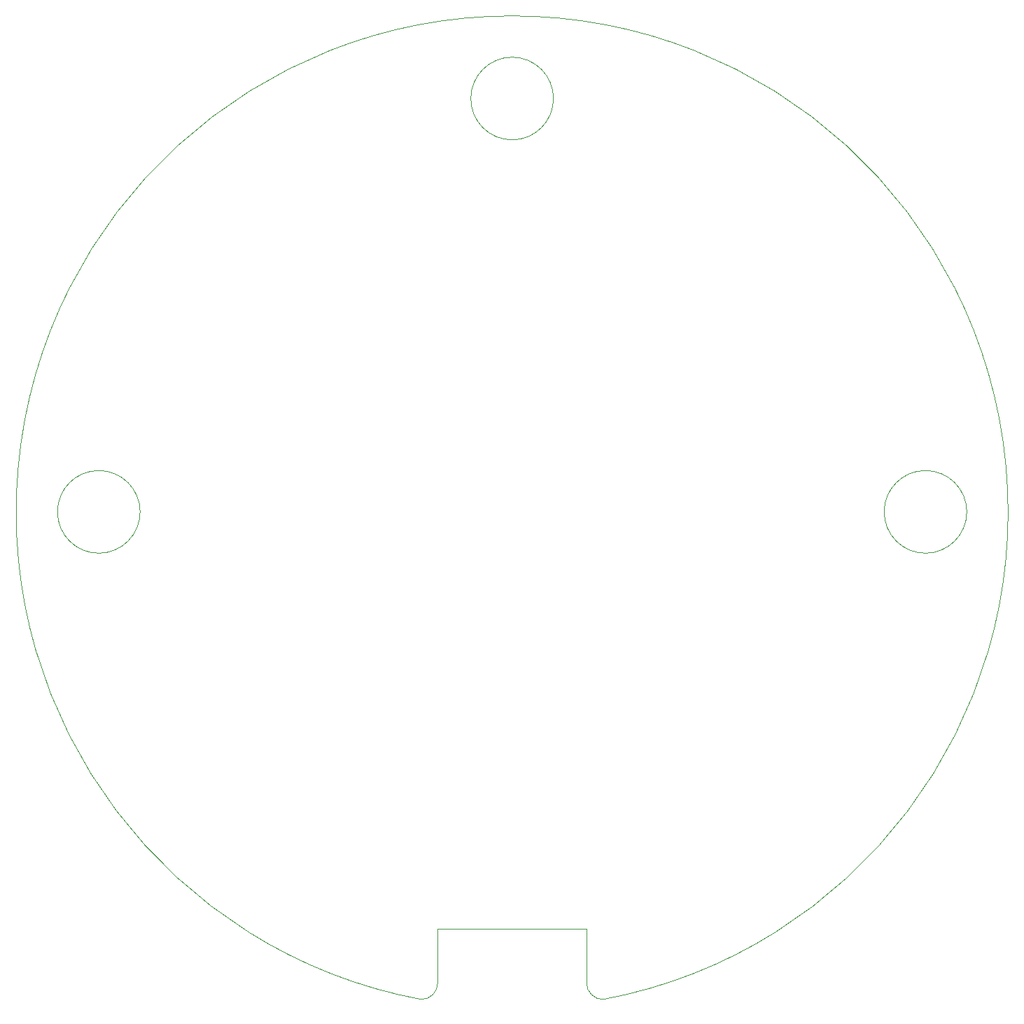
<source format=gbr>
%TF.GenerationSoftware,KiCad,Pcbnew,8.0.6*%
%TF.CreationDate,2025-02-23T16:54:12-05:00*%
%TF.ProjectId,Wire Spool Antenna V1.3,57697265-2053-4706-9f6f-6c20416e7465,rev?*%
%TF.SameCoordinates,Original*%
%TF.FileFunction,Profile,NP*%
%FSLAX46Y46*%
G04 Gerber Fmt 4.6, Leading zero omitted, Abs format (unit mm)*
G04 Created by KiCad (PCBNEW 8.0.6) date 2025-02-23 16:54:12*
%MOMM*%
%LPD*%
G01*
G04 APERTURE LIST*
%TA.AperFunction,Profile*%
%ADD10C,0.050000*%
%TD*%
G04 APERTURE END LIST*
D10*
X111000000Y-158975000D02*
G75*
G02*
X109000000Y-156975000I0J2000000D01*
G01*
X109000000Y-150400000D02*
X109000000Y-156975000D01*
X55000000Y-100000000D02*
G75*
G02*
X45000000Y-100000000I-5000000J0D01*
G01*
X45000000Y-100000000D02*
G75*
G02*
X55000000Y-100000000I5000000J0D01*
G01*
X155000000Y-100000000D02*
G75*
G02*
X145000000Y-100000000I-5000000J0D01*
G01*
X145000000Y-100000000D02*
G75*
G02*
X155000000Y-100000000I5000000J0D01*
G01*
X105000000Y-50000000D02*
G75*
G02*
X95000000Y-50000000I-5000000J0D01*
G01*
X95000000Y-50000000D02*
G75*
G02*
X105000000Y-50000000I5000000J0D01*
G01*
X89000000Y-158974999D02*
G75*
G02*
X110999999Y-158974995I10999989J58975000D01*
G01*
X109000000Y-150400000D02*
X91000000Y-150400000D01*
X91000000Y-150400000D02*
X91000000Y-156975000D01*
X91000000Y-156975000D02*
G75*
G02*
X89000000Y-158975000I-2000000J0D01*
G01*
M02*

</source>
